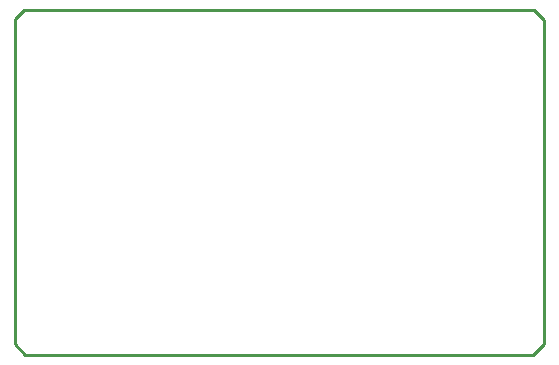
<source format=gm1>
G04*
G04 #@! TF.GenerationSoftware,Altium Limited,Altium Designer,21.0.9 (235)*
G04*
G04 Layer_Color=16711935*
%FSLAX25Y25*%
%MOIN*%
G70*
G04*
G04 #@! TF.SameCoordinates,28F69A72-3BD6-4D5A-B4D2-E5632D31EE07*
G04*
G04*
G04 #@! TF.FilePolarity,Positive*
G04*
G01*
G75*
%ADD52C,0.01000*%
D52*
X258500Y103709D02*
Y211500D01*
X85000Y215000D02*
X253000D01*
X82000Y212000D02*
X85000Y215000D01*
X82000Y103500D02*
Y212000D01*
X252500Y100000D02*
X254791D01*
X258500Y103709D01*
X255000Y215000D02*
X258500Y211500D01*
X253000Y215000D02*
X255000D01*
X82000Y103500D02*
X85500Y100000D01*
X252500D01*
M02*

</source>
